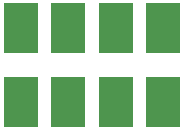
<source format=gbp>
%FSLAX25Y25*%
%MOIN*%
G70*
G01*
G75*
G04 Layer_Color=6049101*
%ADD10R,0.08000X0.05000*%
%ADD11R,0.05906X0.03937*%
%ADD12C,0.02500*%
%ADD13C,0.16500*%
%ADD14C,0.04000*%
%ADD15R,0.12205X0.17716*%
%ADD16C,0.01000*%
%ADD17R,0.07000X0.04000*%
%ADD18R,0.04906X0.02937*%
%ADD19R,0.11205X0.16716*%
D19*
X598700Y550300D02*
D03*
X582952D02*
D03*
X567204D02*
D03*
X598700Y574906D02*
D03*
X582952D02*
D03*
X567204D02*
D03*
X551456Y550300D02*
D03*
Y574906D02*
D03*
M02*

</source>
